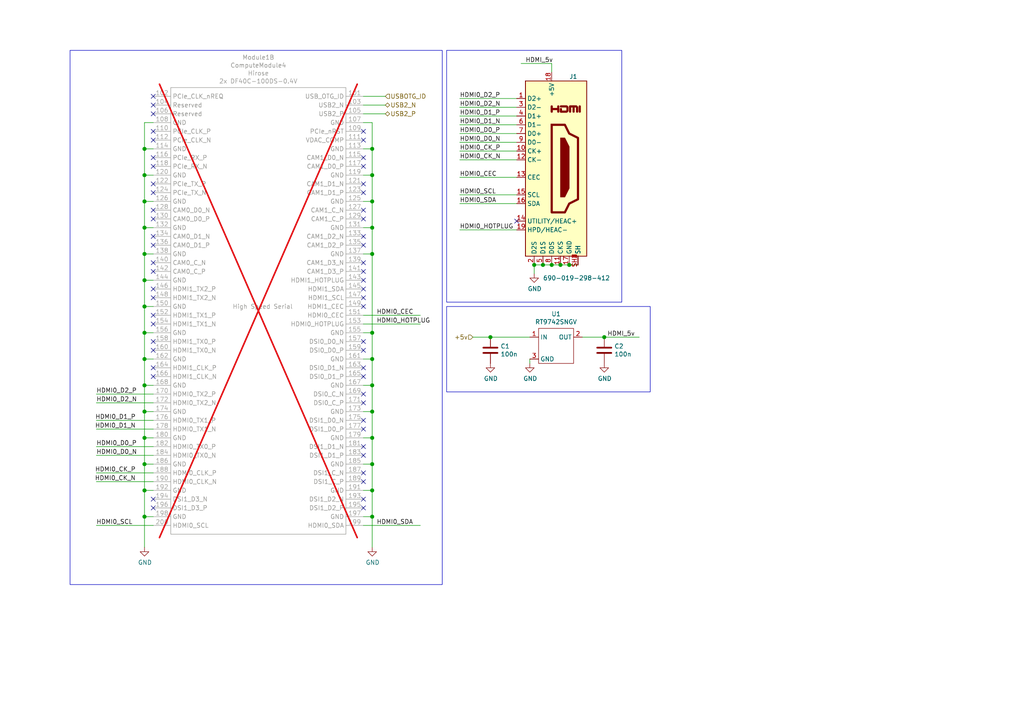
<source format=kicad_sch>
(kicad_sch (version 20230409) (generator eeschema)
  (paper "A4")
  (title_block (title "Carrier Board") (date "2023-07-28") (rev "V2") (company "MUREX Robotics [Byran Huang]") (comment 1 "//DO IT RIGHT,  DO IT MUREX") (comment 2 "// ATTEMPT THE IMPOSSIBLE") (comment 3 "CM4-based ROV (robotics) control board.") (comment 4 "The MUREX Carrier Board is the world's first open-source "))
  (lib_symbols
    (symbol "CM4IO:ComputeModule4-CM4"
      (property "Reference" "Module" (at 113.03 -68.58 0))
      (property "Value" "ComputeModule4-CM4" (at 140.97 2.54 0))
      (property "Field4" "Hirose" (at 0 0 0))
      (property "Field5" "2x DF40C-100DS-0.4V" (at 0 -2.54 0))
      (symbol "ComputeModule4-CM4_1_0"
        (text "GPIO" (at 0 6.35 0) (effects (font (size 1.27 1.27))))
      )
      (symbol "ComputeModule4-CM4_1_1"
        (rectangle (start -30.48 -71.12) (end 25.4 58.42))
        (text "600mA Max" (at -8.89 -53.34 0) (effects (font (size 1.27 1.27))))
        (text "600mA Max" (at -8.89 -48.26 0) (effects (font (size 1.27 1.27))))
        (text "NB SD signals are only available" (at -1.27 -27.94 0) (effects (font (size 1.27 1.27))))
        (text "on modules without eMMC" (at -1.27 -30.48 0) (effects (font (size 1.27 1.27))))
        (pin power_in line (at 27.94 55.88 180) (length 2.54) (name "GND") (number "1"))
        (pin passive line (at -33.02 45.72 0) (length 2.54) (name "Ethernet_Pair0_N") (number "10"))
        (pin output line (at -33.02 -68.58 0) (length 2.54) (name "nEXTRST") (number "100"))
        (pin passive line (at 27.94 43.18 180) (length 2.54) (name "Ethernet_Pair2_P") (number "11"))
        (pin passive line (at -33.02 43.18 0) (length 2.54) (name "Ethernet_Pair0_P") (number "12"))
        (pin power_in line (at 27.94 40.64 180) (length 2.54) (name "GND") (number "13"))
        (pin power_in line (at -33.02 40.64 0) (length 2.54) (name "GND") (number "14"))
        (pin output line (at 27.94 38.1 180) (length 2.54) (name "Ethernet_nLED3(3.3v)") (number "15"))
        (pin input line (at -33.02 38.1 0) (length 2.54) (name "Ethernet_SYNC_IN(1.8v)") (number "16"))
        (pin output line (at 27.94 35.56 180) (length 2.54) (name "Ethernet_nLED2(3.3v)") (number "17"))
        (pin input line (at -33.02 35.56 0) (length 2.54) (name "Ethernet_SYNC_OUT(1.8v)") (number "18"))
        (pin output line (at 27.94 33.02 180) (length 2.54) (name "Ethernet_nLED1(3.3v)") (number "19"))
        (pin power_in line (at -33.02 55.88 0) (length 2.54) (name "GND") (number "2"))
        (pin passive line (at -33.02 33.02 0) (length 2.54) (name "EEPROM_nWP") (number "20"))
        (pin open_collector line (at 27.94 30.48 180) (length 2.54) (name "PI_nLED_Activity") (number "21"))
        (pin power_in line (at -33.02 30.48 0) (length 2.54) (name "GND") (number "22"))
        (pin power_in line (at 27.94 27.94 180) (length 2.54) (name "GND") (number "23"))
        (pin passive line (at -33.02 27.94 0) (length 2.54) (name "GPIO26") (number "24"))
        (pin passive line (at 27.94 25.4 180) (length 2.54) (name "GPIO21") (number "25"))
        (pin passive line (at -33.02 25.4 0) (length 2.54) (name "GPIO19") (number "26"))
        (pin passive line (at 27.94 22.86 180) (length 2.54) (name "GPIO20") (number "27"))
        (pin passive line (at -33.02 22.86 0) (length 2.54) (name "GPIO13") (number "28"))
        (pin passive line (at 27.94 20.32 180) (length 2.54) (name "GPIO16") (number "29"))
        (pin passive line (at 27.94 53.34 180) (length 2.54) (name "Ethernet_Pair3_P") (number "3"))
        (pin passive line (at -33.02 20.32 0) (length 2.54) (name "GPIO6") (number "30"))
        (pin passive line (at 27.94 17.78 180) (length 2.54) (name "GPIO12") (number "31"))
        (pin power_in line (at -33.02 17.78 0) (length 2.54) (name "GND") (number "32"))
        (pin power_in line (at 27.94 15.24 180) (length 2.54) (name "GND") (number "33"))
        (pin passive line (at -33.02 15.24 0) (length 2.54) (name "GPIO5") (number "34"))
        (pin passive line (at 27.94 12.7 180) (length 2.54) (name "ID_SC") (number "35"))
        (pin passive line (at -33.02 12.7 0) (length 2.54) (name "ID_SD") (number "36"))
        (pin passive line (at 27.94 10.16 180) (length 2.54) (name "GPIO7") (number "37"))
        (pin passive line (at -33.02 10.16 0) (length 2.54) (name "GPIO11") (number "38"))
        (pin passive line (at 27.94 7.62 180) (length 2.54) (name "GPIO8") (number "39"))
        (pin passive line (at -33.02 53.34 0) (length 2.54) (name "Ethernet_Pair1_P") (number "4"))
        (pin passive line (at -33.02 7.62 0) (length 2.54) (name "GPIO9") (number "40"))
        (pin passive line (at 27.94 5.08 180) (length 2.54) (name "GPIO25") (number "41"))
        (pin power_in line (at -33.02 5.08 0) (length 2.54) (name "GND") (number "42"))
        (pin power_in line (at 27.94 2.54 180) (length 2.54) (name "GND") (number "43"))
        (pin passive line (at -33.02 2.54 0) (length 2.54) (name "GPIO10") (number "44"))
        (pin passive line (at 27.94 0 180) (length 2.54) (name "GPIO24") (number "45"))
        (pin passive line (at -33.02 0 0) (length 2.54) (name "GPIO22") (number "46"))
        (pin passive line (at 27.94 -2.54 180) (length 2.54) (name "GPIO23") (number "47"))
        (pin passive line (at -33.02 -2.54 0) (length 2.54) (name "GPIO27") (number "48"))
        (pin passive line (at 27.94 -5.08 180) (length 2.54) (name "GPIO18") (number "49"))
        (pin passive line (at 27.94 50.8 180) (length 2.54) (name "Ethernet_Pair3_N") (number "5"))
        (pin passive line (at -33.02 -5.08 0) (length 2.54) (name "GPIO17") (number "50"))
        (pin passive line (at 27.94 -7.62 180) (length 2.54) (name "GPIO15") (number "51"))
        (pin power_in line (at -33.02 -7.62 0) (length 2.54) (name "GND") (number "52"))
        (pin power_in line (at 27.94 -10.16 180) (length 2.54) (name "GND") (number "53"))
        (pin passive line (at -33.02 -10.16 0) (length 2.54) (name "GPIO4") (number "54"))
        (pin passive line (at 27.94 -12.7 180) (length 2.54) (name "GPIO14") (number "55"))
        (pin passive line (at -33.02 -12.7 0) (length 2.54) (name "GPIO3") (number "56"))
        (pin passive line (at 27.94 -15.24 180) (length 2.54) (name "SD_CLK") (number "57"))
        (pin passive line (at -33.02 -15.24 0) (length 2.54) (name "GPIO2") (number "58"))
        (pin power_in line (at 27.94 -17.78 180) (length 2.54) (name "GND") (number "59"))
        (pin passive line (at -33.02 50.8 0) (length 2.54) (name "Ethernet_Pair1_N") (number "6"))
        (pin power_in line (at -33.02 -17.78 0) (length 2.54) (name "GND") (number "60"))
        (pin passive line (at 27.94 -20.32 180) (length 2.54) (name "SD_DAT3") (number "61"))
        (pin passive line (at -33.02 -20.32 0) (length 2.54) (name "SD_CMD") (number "62"))
        (pin passive line (at 27.94 -22.86 180) (length 2.54) (name "SD_DAT0") (number "63"))
        (pin passive line (at -33.02 -22.86 0) (length 2.54) (name "SD_DAT5") (number "64"))
        (pin power_in line (at 27.94 -25.4 180) (length 2.54) (name "GND") (number "65"))
        (pin power_in line (at -33.02 -25.4 0) (length 2.54) (name "GND") (number "66"))
        (pin passive line (at 27.94 -27.94 180) (length 2.54) (name "SD_DAT1") (number "67"))
        (pin passive line (at -33.02 -27.94 0) (length 2.54) (name "SD_DAT4") (number "68"))
        (pin passive line (at 27.94 -30.48 180) (length 2.54) (name "SD_DAT2") (number "69"))
        (pin power_in line (at 27.94 48.26 180) (length 2.54) (name "GND") (number "7"))
        (pin passive line (at -33.02 -30.48 0) (length 2.54) (name "SD_DAT7") (number "70"))
        (pin power_in line (at 27.94 -33.02 180) (length 2.54) (name "GND") (number "71"))
        (pin passive line (at -33.02 -33.02 0) (length 2.54) (name "SD_DAT6") (number "72"))
        (pin input line (at 27.94 -35.56 180) (length 2.54) (name "SD_VDD_Override") (number "73"))
        (pin power_in line (at -33.02 -35.56 0) (length 2.54) (name "GND") (number "74"))
        (pin output line (at 27.94 -38.1 180) (length 2.54) (name "SD_PWR_ON") (number "75"))
        (pin passive line (at -33.02 -38.1 0) (length 2.54) (name "Reserved") (number "76"))
        (pin power_in line (at 27.94 -40.64 180) (length 2.54) (name "+5v_(Input)") (number "77"))
        (pin power_in line (at -33.02 -40.64 0) (length 2.54) (name "GPIO_VREF(1.8v/3.3v_Input)") (number "78"))
        (pin power_in line (at 27.94 -43.18 180) (length 2.54) (name "+5v_(Input)") (number "79"))
        (pin power_in line (at -33.02 48.26 0) (length 2.54) (name "GND") (number "8"))
        (pin passive line (at -33.02 -43.18 0) (length 2.54) (name "SCL0") (number "80"))
        (pin power_in line (at 27.94 -45.72 180) (length 2.54) (name "+5v_(Input)") (number "81"))
        (pin passive line (at -33.02 -45.72 0) (length 2.54) (name "SDA0") (number "82"))
        (pin power_in line (at 27.94 -48.26 180) (length 2.54) (name "+5v_(Input)") (number "83"))
        (pin power_out line (at -33.02 -48.26 0) (length 2.54) (name "+3.3v_(Output)") (number "84"))
        (pin power_in line (at 27.94 -50.8 180) (length 2.54) (name "+5v_(Input)") (number "85"))
        (pin power_out line (at -33.02 -50.8 0) (length 2.54) (name "+3.3v_(Output)") (number "86"))
        (pin power_in line (at 27.94 -53.34 180) (length 2.54) (name "+5v_(Input)") (number "87"))
        (pin power_out line (at -33.02 -53.34 0) (length 2.54) (name "+1.8v_(Output)") (number "88"))
        (pin power_in line (at 27.94 -55.88 180) (length 2.54) (name "WiFi_nDisable") (number "89"))
        (pin passive line (at 27.94 45.72 180) (length 2.54) (name "Ethernet_Pair2_N") (number "9"))
        (pin power_out line (at -33.02 -55.88 0) (length 2.54) (name "+1.8v_(Output)") (number "90"))
        (pin power_in line (at 27.94 -58.42 180) (length 2.54) (name "BT_nDisable") (number "91"))
        (pin passive line (at -33.02 -58.42 0) (length 2.54) (name "RUN_PG") (number "92"))
        (pin input line (at 27.94 -60.96 180) (length 2.54) (name "nRPIBOOT") (number "93"))
        (pin passive line (at -33.02 -60.96 0) (length 2.54) (name "AnalogIP1") (number "94"))
        (pin output line (at 27.94 -63.5 180) (length 2.54) (name "nPI_LED_PWR") (number "95"))
        (pin passive line (at -33.02 -63.5 0) (length 2.54) (name "AnalogIP0") (number "96"))
        (pin passive line (at 27.94 -66.04 180) (length 2.54) (name "Camera_GPIO") (number "97"))
        (pin power_in line (at -33.02 -66.04 0) (length 2.54) (name "GND") (number "98"))
        (pin input line (at 27.94 -68.58 180) (length 2.54) (name "Global_EN") (number "99"))
      )
      (symbol "ComputeModule4-CM4_2_1"
        (rectangle (start 114.3 -66.04) (end 165.1 63.5))
        (text "High Speed Serial" (at 140.97 0 0) (effects (font (size 1.27 1.27))))
        (pin input line (at 170.18 60.96 180) (length 5.08) (name "USB_OTG_ID") (number "101"))
        (pin input line (at 109.22 60.96 0) (length 5.08) (name "PCIe_CLK_nREQ") (number "102"))
        (pin passive line (at 170.18 58.42 180) (length 5.08) (name "USB2_N") (number "103"))
        (pin passive line (at 109.22 58.42 0) (length 5.08) (name "Reserved") (number "104"))
        (pin passive line (at 170.18 55.88 180) (length 5.08) (name "USB2_P") (number "105"))
        (pin passive line (at 109.22 55.88 0) (length 5.08) (name "Reserved") (number "106"))
        (pin power_in line (at 170.18 53.34 180) (length 5.08) (name "GND") (number "107"))
        (pin power_in line (at 109.22 53.34 0) (length 5.08) (name "GND") (number "108"))
        (pin bidirectional line (at 170.18 50.8 180) (length 5.08) (name "PCIe_nRST") (number "109"))
        (pin output line (at 109.22 50.8 0) (length 5.08) (name "PCIe_CLK_P") (number "110"))
        (pin passive line (at 170.18 48.26 180) (length 5.08) (name "VDAC_COMP") (number "111"))
        (pin output line (at 109.22 48.26 0) (length 5.08) (name "PCIe_CLK_N") (number "112"))
        (pin power_in line (at 170.18 45.72 180) (length 5.08) (name "GND") (number "113"))
        (pin power_in line (at 109.22 45.72 0) (length 5.08) (name "GND") (number "114"))
        (pin input line (at 170.18 43.18 180) (length 5.08) (name "CAM1_D0_N") (number "115"))
        (pin input line (at 109.22 43.18 0) (length 5.08) (name "PCIe_RX_P") (number "116"))
        (pin input line (at 170.18 40.64 180) (length 5.08) (name "CAM1_D0_P") (number "117"))
        (pin input line (at 109.22 40.64 0) (length 5.08) (name "PCIe_RX_N") (number "118"))
        (pin power_in line (at 170.18 38.1 180) (length 5.08) (name "GND") (number "119"))
        (pin power_in line (at 109.22 38.1 0) (length 5.08) (name "GND") (number "120"))
        (pin input line (at 170.18 35.56 180) (length 5.08) (name "CAM1_D1_N") (number "121"))
        (pin output line (at 109.22 35.56 0) (length 5.08) (name "PCIe_TX_P") (number "122"))
        (pin input line (at 170.18 33.02 180) (length 5.08) (name "CAM1_D1_P") (number "123"))
        (pin output line (at 109.22 33.02 0) (length 5.08) (name "PCIe_TX_N") (number "124"))
        (pin power_in line (at 170.18 30.48 180) (length 5.08) (name "GND") (number "125"))
        (pin power_in line (at 109.22 30.48 0) (length 5.08) (name "GND") (number "126"))
        (pin input line (at 170.18 27.94 180) (length 5.08) (name "CAM1_C_N") (number "127"))
        (pin input line (at 109.22 27.94 0) (length 5.08) (name "CAM0_D0_N") (number "128"))
        (pin input line (at 170.18 25.4 180) (length 5.08) (name "CAM1_C_P") (number "129"))
        (pin input line (at 109.22 25.4 0) (length 5.08) (name "CAM0_D0_P") (number "130"))
        (pin power_in line (at 170.18 22.86 180) (length 5.08) (name "GND") (number "131"))
        (pin power_in line (at 109.22 22.86 0) (length 5.08) (name "GND") (number "132"))
        (pin input line (at 170.18 20.32 180) (length 5.08) (name "CAM1_D2_N") (number "133"))
        (pin input line (at 109.22 20.32 0) (length 5.08) (name "CAM0_D1_N") (number "134"))
        (pin input line (at 170.18 17.78 180) (length 5.08) (name "CAM1_D2_P") (number "135"))
        (pin input line (at 109.22 17.78 0) (length 5.08) (name "CAM0_D1_P") (number "136"))
        (pin power_in line (at 170.18 15.24 180) (length 5.08) (name "GND") (number "137"))
        (pin power_in line (at 109.22 15.24 0) (length 5.08) (name "GND") (number "138"))
        (pin input line (at 170.18 12.7 180) (length 5.08) (name "CAM1_D3_N") (number "139"))
        (pin input line (at 109.22 12.7 0) (length 5.08) (name "CAM0_C_N") (number "140"))
        (pin input line (at 170.18 10.16 180) (length 5.08) (name "CAM1_D3_P") (number "141"))
        (pin input line (at 109.22 10.16 0) (length 5.08) (name "CAM0_C_P") (number "142"))
        (pin input line (at 170.18 7.62 180) (length 5.08) (name "HDMI1_HOTPLUG") (number "143"))
        (pin power_in line (at 109.22 7.62 0) (length 5.08) (name "GND") (number "144"))
        (pin bidirectional line (at 170.18 5.08 180) (length 5.08) (name "HDMI1_SDA") (number "145"))
        (pin output line (at 109.22 5.08 0) (length 5.08) (name "HDMI1_TX2_P") (number "146"))
        (pin open_collector line (at 170.18 2.54 180) (length 5.08) (name "HDMI1_SCL") (number "147"))
        (pin output line (at 109.22 2.54 0) (length 5.08) (name "HDMI1_TX2_N") (number "148"))
        (pin open_collector line (at 170.18 0 180) (length 5.08) (name "HDMI1_CEC") (number "149"))
        (pin power_in line (at 109.22 0 0) (length 5.08) (name "GND") (number "150"))
        (pin open_collector line (at 170.18 -2.54 180) (length 5.08) (name "HDMI0_CEC") (number "151"))
        (pin output line (at 109.22 -2.54 0) (length 5.08) (name "HDMI1_TX1_P") (number "152"))
        (pin input line (at 170.18 -5.08 180) (length 5.08) (name "HDMI0_HOTPLUG") (number "153"))
        (pin output line (at 109.22 -5.08 0) (length 5.08) (name "HDMI1_TX1_N") (number "154"))
        (pin power_in line (at 170.18 -7.62 180) (length 5.08) (name "GND") (number "155"))
        (pin power_in line (at 109.22 -7.62 0) (length 5.08) (name "GND") (number "156"))
        (pin output line (at 170.18 -10.16 180) (length 5.08) (name "DSI0_D0_N") (number "157"))
        (pin output line (at 109.22 -10.16 0) (length 5.08) (name "HDMI1_TX0_P") (number "158"))
        (pin output line (at 170.18 -12.7 180) (length 5.08) (name "DSI0_D0_P") (number "159"))
        (pin output line (at 109.22 -12.7 0) (length 5.08) (name "HDMI1_TX0_N") (number "160"))
        (pin power_in line (at 170.18 -15.24 180) (length 5.08) (name "GND") (number "161"))
        (pin power_in line (at 109.22 -15.24 0) (length 5.08) (name "GND") (number "162"))
        (pin output line (at 170.18 -17.78 180) (length 5.08) (name "DSI0_D1_N") (number "163"))
        (pin output line (at 109.22 -17.78 0) (length 5.08) (name "HDMI1_CLK_P") (number "164"))
        (pin output line (at 170.18 -20.32 180) (length 5.08) (name "DSI0_D1_P") (number "165"))
        (pin output line (at 109.22 -20.32 0) (length 5.08) (name "HDMI1_CLK_N") (number "166"))
        (pin power_in line (at 170.18 -22.86 180) (length 5.08) (name "GND") (number "167"))
        (pin power_in line (at 109.22 -22.86 0) (length 5.08) (name "GND") (number "168"))
        (pin output line (at 170.18 -25.4 180) (length 5.08) (name "DSI0_C_N") (number "169"))
        (pin output line (at 109.22 -25.4 0) (length 5.08) (name "HDMI0_TX2_P") (number "170"))
        (pin output line (at 170.18 -27.94 180) (length 5.08) (name "DSI0_C_P") (number "171"))
        (pin output line (at 109.22 -27.94 0) (length 5.08) (name "HDMI0_TX2_N") (number "172"))
        (pin power_in line (at 170.18 -30.48 180) (length 5.08) (name "GND") (number "173"))
        (pin power_in line (at 109.22 -30.48 0) (length 5.08) (name "GND") (number "174"))
        (pin output line (at 170.18 -33.02 180) (length 5.08) (name "DSI1_D0_N") (number "175"))
        (pin output line (at 109.22 -33.02 0) (length 5.08) (name "HDMI0_TX1_P") (number "176"))
        (pin output line (at 170.18 -35.56 180) (length 5.08) (name "DSI1_D0_P") (number "177"))
        (pin output line (at 109.22 -35.56 0) (length 5.08) (name "HDMI0_TX1_N") (number "178"))
        (pin power_in line (at 170.18 -38.1 180) (length 5.08) (name "GND") (number "179"))
        (pin power_in line (at 109.22 -38.1 0) (length 5.08) (name "GND") (number "180"))
        (pin output line (at 170.18 -40.64 180) (length 5.08) (name "DSI1_D1_N") (number "181"))
        (pin output line (at 109.22 -40.64 0) (length 5.08) (name "HDMI0_TX0_P") (number "182"))
        (pin output line (at 170.18 -43.18 180) (length 5.08) (name "DSI1_D1_P") (number "183"))
        (pin output line (at 109.22 -43.18 0) (length 5.08) (name "HDMI0_TX0_N") (number "184"))
        (pin power_in line (at 170.18 -45.72 180) (length 5.08) (name "GND") (number "185"))
        (pin power_in line (at 109.22 -45.72 0) (length 5.08) (name "GND") (number "186"))
        (pin output line (at 170.18 -48.26 180) (length 5.08) (name "DSI1_C_N") (number "187"))
        (pin output line (at 109.22 -48.26 0) (length 5.08) (name "HDMI0_CLK_P") (number "188"))
        (pin output line (at 170.18 -50.8 180) (length 5.08) (name "DSI1_C_P") (number "189"))
        (pin output line (at 109.22 -50.8 0) (length 5.08) (name "HDMI0_CLK_N") (number "190"))
        (pin power_in line (at 170.18 -53.34 180) (length 5.08) (name "GND") (number "191"))
        (pin power_in line (at 109.22 -53.34 0) (length 5.08) (name "GND") (number "192"))
        (pin output line (at 170.18 -55.88 180) (length 5.08) (name "DSI1_D2_N") (number "193"))
        (pin output line (at 109.22 -55.88 0) (length 5.08) (name "DSI1_D3_N") (number "194"))
        (pin output line (at 170.18 -58.42 180) (length 5.08) (name "DSI1_D2_P") (number "195"))
        (pin output line (at 109.22 -58.42 0) (length 5.08) (name "DSI1_D3_P") (number "196"))
        (pin power_in line (at 170.18 -60.96 180) (length 5.08) (name "GND") (number "197"))
        (pin power_in line (at 109.22 -60.96 0) (length 5.08) (name "GND") (number "198"))
        (pin bidirectional line (at 170.18 -63.5 180) (length 5.08) (name "HDMI0_SDA") (number "199"))
        (pin open_collector line (at 109.22 -63.5 0) (length 5.08) (name "HDMI0_SCL") (number "200"))
      )
    )
    (symbol "CM4IO:HDMI_A_1.4"
      (property "Reference" "J" (at -6.35 26.67 0))
      (property "Value" "HDMI_A_1.4" (at 10.16 26.67 0))
      (symbol "HDMI_A_1.4_0_0"
        (polyline (pts (xy 8.128 16.51) (xy 8.128 18.034)) (stroke (width 0.635)))
        (polyline (pts (xy 0 16.51) (xy 0 18.034) (xy 0 17.272) (xy 1.905 17.272) (xy 1.905 18.034) (xy 1.905 16.51)) (stroke (width 0.635)))
        (polyline (pts (xy 2.667 18.034) (xy 4.318 18.034) (xy 4.572 17.78) (xy 4.572 16.764) (xy 4.318 16.51) (xy 2.667 16.51) (xy 2.667 17.272)) (stroke (width 0.635)))
        (pin passive line (at 7.62 -27.94 90) (length 2.54) (name "SH") (number "SH2"))
        (pin passive line (at 7.62 -27.94 90) (length 2.54) (name "SH") (number "SH3"))
        (pin passive line (at 7.62 -27.94 90) (length 2.54) (name "SH") (number "SH4"))
      )
      (symbol "HDMI_A_1.4_0_1"
        (rectangle (start -7.62 25.4) (end 10.16 -25.4) (stroke (width 0.254)) (fill (type background)))
        (polyline (pts (xy 2.54 8.89) (xy 3.81 8.89) (xy 5.08 6.35) (xy 5.08 -5.715) (xy 3.81 -8.255) (xy 2.54 -8.255) (xy 2.54 8.89)) (fill (type outline)))
        (polyline (pts (xy 5.334 16.51) (xy 5.334 18.034) (xy 6.35 18.034) (xy 6.35 16.51) (xy 6.35 18.034) (xy 7.112 18.034) (xy 7.366 17.78) (xy 7.366 16.51)) (stroke (width 0.635)))
        (polyline (pts (xy 0 12.7) (xy 0 -12.7) (xy 3.81 -12.7) (xy 5.08 -10.16) (xy 7.62 -8.89) (xy 7.62 8.89) (xy 5.08 10.16) (xy 3.81 12.7) (xy 0 12.7)) (stroke (width 0.635)))
      )
      (symbol "HDMI_A_1.4_1_1"
        (pin passive line (at -10.16 20.32 0) (length 2.54) (name "D2+") (number "1"))
        (pin passive line (at -10.16 5.08 0) (length 2.54) (name "CK+") (number "10"))
        (pin power_in line (at 2.54 -27.94 90) (length 2.54) (name "CKS") (number "11"))
        (pin passive line (at -10.16 2.54 0) (length 2.54) (name "CK-") (number "12"))
        (pin bidirectional line (at -10.16 -2.54 0) (length 2.54) (name "CEC") (number "13"))
        (pin passive line (at -10.16 -15.24 0) (length 2.54) (name "UTILITY/HEAC+") (number "14"))
        (pin passive line (at -10.16 -7.62 0) (length 2.54) (name "SCL") (number "15"))
        (pin bidirectional line (at -10.16 -10.16 0) (length 2.54) (name "SDA") (number "16"))
        (pin power_in line (at 5.08 -27.94 90) (length 2.54) (name "GND") (number "17"))
        (pin power_in line (at 0 27.94 270) (length 2.54) (name "+5V") (number "18"))
        (pin passive line (at -10.16 -17.78 0) (length 2.54) (name "HPD/HEAC-") (number "19"))
        (pin power_in line (at -5.08 -27.94 90) (length 2.54) (name "D2S") (number "2"))
        (pin passive line (at -10.16 17.78 0) (length 2.54) (name "D2-") (number "3"))
        (pin passive line (at -10.16 15.24 0) (length 2.54) (name "D1+") (number "4"))
        (pin power_in line (at -2.54 -27.94 90) (length 2.54) (name "D1S") (number "5"))
        (pin passive line (at -10.16 12.7 0) (length 2.54) (name "D1-") (number "6"))
        (pin passive line (at -10.16 10.16 0) (length 2.54) (name "D0+") (number "7"))
        (pin power_in line (at 0 -27.94 90) (length 2.54) (name "D0S") (number "8"))
        (pin passive line (at -10.16 7.62 0) (length 2.54) (name "D0-") (number "9"))
        (pin passive line (at 7.62 -27.94 90) (length 2.54) (name "SH") (number "SH1"))
      )
    )
    (symbol "CM4IO:RT9742SNGV"
      (property "Reference" "U" (at -2.54 7.62 0))
      (property "Value" "RT9742SNGV" (at 3.81 -5.08 0))
      (symbol "RT9742SNGV_0_1"
        (rectangle (start -2.54 6.35) (end 7.62 -3.81))
      )
      (symbol "RT9742SNGV_1_1"
        (pin power_in line (at -5.08 3.81 0) (length 2.54) (name "IN") (number "1"))
        (pin power_in line (at 10.16 3.81 180) (length 2.54) (name "OUT") (number "2"))
        (pin power_in line (at -5.08 -2.54 0) (length 2.54) (name "GND") (number "3"))
      )
    )
    (symbol "Device:C" (pin_numbers hide) (pin_names (offset 0.254))
      (property "Reference" "C" (at 0.635 2.54 0))
      (property "Value" "C" (at 0.635 -2.54 0))
      (symbol "C_0_1"
        (polyline (pts (xy -2.032 -0.762) (xy 2.032 -0.762)) (stroke (width 0.508)))
        (polyline (pts (xy -2.032 0.762) (xy 2.032 0.762)) (stroke (width 0.508)))
      )
      (symbol "C_1_1"
        (pin passive line (at 0 3.81 270) (length 2.794) (name "~") (number "1"))
        (pin passive line (at 0 -3.81 90) (length 2.794) (name "~") (number "2"))
      )
    )
    (symbol "power:GND" (power) (pin_names (offset 0))
      (property "Value" "GND" (at 0 -3.81 0))
      (symbol "GND_0_1"
        (polyline (pts (xy 0 0) (xy 0 -1.27) (xy 1.27 -1.27) (xy 0 -2.54) (xy -1.27 -1.27) (xy 0 -1.27)))
      )
      (symbol "GND_1_1"
        (pin power_in line (at 0 0 270) (length 0) hide (name "GND") (number "1"))
      )
    )
  )
  (junction (at 41.91 50.8) (diameter 1.016))
  (junction (at 41.91 149.86) (diameter 1.016))
  (junction (at 41.91 88.9) (diameter 1.016))
  (junction (at 107.95 149.86) (diameter 1.016))
  (junction (at 142.24 97.79) (diameter 1.016))
  (junction (at 107.95 58.42) (diameter 1.016))
  (junction (at 41.91 73.66) (diameter 1.016))
  (junction (at 107.95 104.14) (diameter 1.016))
  (junction (at 41.91 96.52) (diameter 1.016))
  (junction (at 107.95 96.52) (diameter 1.016))
  (junction (at 41.91 119.38) (diameter 1.016))
  (junction (at 41.91 43.18) (diameter 1.016))
  (junction (at 165.1 76.835) (diameter 1.016))
  (junction (at 107.95 50.8) (diameter 1.016))
  (junction (at 41.91 127) (diameter 1.016))
  (junction (at 175.26 97.79) (diameter 1.016))
  (junction (at 41.91 58.42) (diameter 1.016))
  (junction (at 154.94 76.835) (diameter 1.016))
  (junction (at 107.95 127) (diameter 1.016))
  (junction (at 41.91 142.24) (diameter 1.016))
  (junction (at 107.95 142.24) (diameter 1.016))
  (junction (at 41.91 66.04) (diameter 1.016))
  (junction (at 41.91 134.62) (diameter 1.016))
  (junction (at 107.95 134.62) (diameter 1.016))
  (junction (at 41.91 104.14) (diameter 1.016))
  (junction (at 107.95 73.66) (diameter 1.016))
  (junction (at 107.95 119.38) (diameter 1.016))
  (junction (at 107.95 43.18) (diameter 1.016))
  (junction (at 162.56 76.835) (diameter 1.016))
  (junction (at 107.95 66.04) (diameter 1.016))
  (junction (at 107.95 111.76) (diameter 1.016))
  (junction (at 41.91 81.28) (diameter 1.016))
  (junction (at 160.02 76.835) (diameter 1.016))
  (junction (at 157.48 76.835) (diameter 1.016))
  (junction (at 41.91 111.76) (diameter 1.016))
  (no_connect (at 105.41 48.26))
  (no_connect (at 105.41 83.82))
  (no_connect (at 105.41 101.6))
  (no_connect (at 44.45 109.22))
  (no_connect (at 44.45 91.44))
  (no_connect (at 105.41 132.08))
  (no_connect (at 44.45 76.2))
  (no_connect (at 105.41 109.22))
  (no_connect (at 105.41 55.88))
  (no_connect (at 105.41 114.3))
  (no_connect (at 105.41 86.36))
  (no_connect (at 44.45 38.1))
  (no_connect (at 105.41 38.1))
  (no_connect (at 44.45 78.74))
  (no_connect (at 105.41 68.58))
  (no_connect (at 44.45 55.88))
  (no_connect (at 44.45 33.02))
  (no_connect (at 149.86 64.135))
  (no_connect (at 105.41 60.96))
  (no_connect (at 105.41 124.46))
  (no_connect (at 44.45 45.72))
  (no_connect (at 44.45 83.82))
  (no_connect (at 44.45 86.36))
  (no_connect (at 105.41 106.68))
  (no_connect (at 105.41 99.06))
  (no_connect (at 44.45 101.6))
  (no_connect (at 105.41 129.54))
  (no_connect (at 44.45 71.12))
  (no_connect (at 44.45 68.58))
  (no_connect (at 105.41 139.7))
  (no_connect (at 44.45 99.06))
  (no_connect (at 105.41 137.16))
  (no_connect (at 105.41 81.28))
  (no_connect (at 44.45 30.48))
  (no_connect (at 105.41 40.64))
  (no_connect (at 105.41 71.12))
  (no_connect (at 44.45 147.32))
  (no_connect (at 44.45 93.98))
  (no_connect (at 44.45 48.26))
  (no_connect (at 44.45 53.34))
  (no_connect (at 105.41 78.74))
  (no_connect (at 105.41 147.32))
  (no_connect (at 105.41 116.84))
  (no_connect (at 44.45 144.78))
  (no_connect (at 105.41 45.72))
  (no_connect (at 105.41 76.2))
  (no_connect (at 44.45 60.96))
  (no_connect (at 105.41 144.78))
  (no_connect (at 44.45 40.64))
  (no_connect (at 44.45 63.5))
  (no_connect (at 105.41 53.34))
  (no_connect (at 44.45 106.68))
  (no_connect (at 105.41 88.9))
  (no_connect (at 105.41 63.5))
  (no_connect (at 44.45 27.94))
  (no_connect (at 105.41 121.92))
  (wire (pts (xy 41.91 73.66) (xy 41.91 81.28)))
  (wire (pts (xy 105.41 96.52) (xy 107.95 96.52)))
  (wire (pts (xy 133.35 41.275) (xy 149.86 41.275)))
  (wire (pts (xy 154.94 76.835) (xy 157.48 76.835)))
  (wire (pts (xy 44.45 121.92) (xy 27.94 121.92)))
  (wire (pts (xy 41.91 88.9) (xy 41.91 96.52)))
  (wire (pts (xy 105.41 93.98) (xy 121.92 93.98)))
  (wire (pts (xy 133.35 36.195) (xy 149.86 36.195)))
  (wire (pts (xy 107.95 50.8) (xy 107.95 43.18)))
  (wire (pts (xy 41.91 43.18) (xy 44.45 43.18)))
  (wire (pts (xy 41.91 50.8) (xy 41.91 58.42)))
  (wire (pts (xy 41.91 111.76) (xy 41.91 119.38)))
  (wire (pts (xy 107.95 43.18) (xy 107.95 35.56)))
  (wire (pts (xy 107.95 66.04) (xy 107.95 58.42)))
  (wire (pts (xy 41.91 58.42) (xy 41.91 66.04)))
  (wire (pts (xy 107.95 119.38) (xy 107.95 127)))
  (wire (pts (xy 105.41 73.66) (xy 107.95 73.66)))
  (wire (pts (xy 41.91 88.9) (xy 44.45 88.9)))
  (wire (pts (xy 27.94 152.4) (xy 44.45 152.4)))
  (wire (pts (xy 133.35 66.675) (xy 149.86 66.675)))
  (wire (pts (xy 105.41 50.8) (xy 107.95 50.8)))
  (wire (pts (xy 105.41 104.14) (xy 107.95 104.14)))
  (wire (pts (xy 153.67 104.14) (xy 153.67 105.41)))
  (wire (pts (xy 165.1 76.835) (xy 167.64 76.835)))
  (wire (pts (xy 175.26 97.79) (xy 185.42 97.79)))
  (wire (pts (xy 133.35 28.575) (xy 149.86 28.575)))
  (wire (pts (xy 133.35 43.815) (xy 149.86 43.815)))
  (wire (pts (xy 160.02 18.415) (xy 160.02 20.955)))
  (wire (pts (xy 41.91 134.62) (xy 44.45 134.62)))
  (wire (pts (xy 105.41 91.44) (xy 121.92 91.44)))
  (wire (pts (xy 41.91 134.62) (xy 41.91 142.24)))
  (wire (pts (xy 107.95 73.66) (xy 107.95 96.52)))
  (wire (pts (xy 162.56 76.835) (xy 165.1 76.835)))
  (wire (pts (xy 105.41 149.86) (xy 107.95 149.86)))
  (wire (pts (xy 107.95 96.52) (xy 107.95 104.14)))
  (wire (pts (xy 105.41 58.42) (xy 107.95 58.42)))
  (wire (pts (xy 41.91 73.66) (xy 44.45 73.66)))
  (wire (pts (xy 107.95 35.56) (xy 105.41 35.56)))
  (wire (pts (xy 41.91 127) (xy 44.45 127)))
  (wire (pts (xy 105.41 142.24) (xy 107.95 142.24)))
  (wire (pts (xy 41.91 119.38) (xy 44.45 119.38)))
  (wire (pts (xy 27.94 129.54) (xy 44.45 129.54)))
  (wire (pts (xy 41.91 142.24) (xy 41.91 149.86)))
  (wire (pts (xy 41.91 81.28) (xy 41.91 88.9)))
  (wire (pts (xy 107.95 127) (xy 107.95 134.62)))
  (wire (pts (xy 41.91 66.04) (xy 41.91 73.66)))
  (wire (pts (xy 157.48 76.835) (xy 160.02 76.835)))
  (wire (pts (xy 107.95 142.24) (xy 107.95 149.86)))
  (wire (pts (xy 133.35 31.115) (xy 149.86 31.115)))
  (wire (pts (xy 133.35 33.655) (xy 149.86 33.655)))
  (wire (pts (xy 27.94 116.84) (xy 44.45 116.84)))
  (wire (pts (xy 41.91 104.14) (xy 41.91 111.76)))
  (wire (pts (xy 133.35 46.355) (xy 149.86 46.355)))
  (wire (pts (xy 41.91 119.38) (xy 41.91 127)))
  (wire (pts (xy 105.41 119.38) (xy 107.95 119.38)))
  (wire (pts (xy 133.35 56.515) (xy 149.86 56.515)))
  (wire (pts (xy 133.35 59.055) (xy 149.86 59.055)))
  (wire (pts (xy 105.41 30.48) (xy 111.76 30.48)))
  (wire (pts (xy 107.95 73.66) (xy 107.95 66.04)))
  (wire (pts (xy 107.95 134.62) (xy 107.95 142.24)))
  (wire (pts (xy 105.41 127) (xy 107.95 127)))
  (wire (pts (xy 44.45 137.16) (xy 27.94 137.16)))
  (wire (pts (xy 154.94 76.835) (xy 154.94 79.375)))
  (wire (pts (xy 41.91 127) (xy 41.91 134.62)))
  (wire (pts (xy 44.45 139.7) (xy 27.94 139.7)))
  (wire (pts (xy 27.94 132.08) (xy 44.45 132.08)))
  (wire (pts (xy 107.95 104.14) (xy 107.95 111.76)))
  (wire (pts (xy 41.91 66.04) (xy 44.45 66.04)))
  (wire (pts (xy 105.41 33.02) (xy 111.76 33.02)))
  (wire (pts (xy 160.02 76.835) (xy 162.56 76.835)))
  (wire (pts (xy 27.94 114.3) (xy 44.45 114.3)))
  (wire (pts (xy 41.91 111.76) (xy 44.45 111.76)))
  (wire (pts (xy 44.45 142.24) (xy 41.91 142.24)))
  (wire (pts (xy 41.91 81.28) (xy 44.45 81.28)))
  (wire (pts (xy 133.35 51.435) (xy 149.86 51.435)))
  (wire (pts (xy 41.91 104.14) (xy 44.45 104.14)))
  (wire (pts (xy 133.35 38.735) (xy 149.86 38.735)))
  (wire (pts (xy 41.91 96.52) (xy 44.45 96.52)))
  (wire (pts (xy 105.41 43.18) (xy 107.95 43.18)))
  (wire (pts (xy 44.45 35.56) (xy 41.91 35.56)))
  (wire (pts (xy 137.16 97.79) (xy 142.24 97.79)))
  (wire (pts (xy 44.45 149.86) (xy 41.91 149.86)))
  (wire (pts (xy 105.41 152.4) (xy 121.92 152.4)))
  (wire (pts (xy 41.91 96.52) (xy 41.91 104.14)))
  (wire (pts (xy 41.91 149.86) (xy 41.91 158.75)))
  (wire (pts (xy 105.41 66.04) (xy 107.95 66.04)))
  (wire (pts (xy 111.76 27.94) (xy 105.41 27.94)))
  (wire (pts (xy 151.13 18.415) (xy 160.02 18.415)))
  (wire (pts (xy 168.91 97.79) (xy 175.26 97.79)))
  (wire (pts (xy 107.95 149.86) (xy 107.95 158.75)))
  (wire (pts (xy 107.95 111.76) (xy 107.95 119.38)))
  (wire (pts (xy 44.45 124.46) (xy 27.94 124.46)))
  (wire (pts (xy 41.91 58.42) (xy 44.45 58.42)))
  (wire (pts (xy 41.91 43.18) (xy 41.91 50.8)))
  (wire (pts (xy 41.91 50.8) (xy 44.45 50.8)))
  (wire (pts (xy 142.24 97.79) (xy 153.67 97.79)))
  (wire (pts (xy 41.91 35.56) (xy 41.91 43.18)))
  (wire (pts (xy 107.95 58.42) (xy 107.95 50.8)))
  (wire (pts (xy 105.41 111.76) (xy 107.95 111.76)))
  (wire (pts (xy 105.41 134.62) (xy 107.95 134.62)))
  (rectangle (start 20.32 14.605) (end 128.27 169.545))
  (rectangle (start 129.54 14.605) (end 180.34 87.63))
  (rectangle (start 129.54 88.9) (end 188.595 113.665))
  (label "HDMI0_SCL" (at 27.94 152.4 0))
  (label "HDMI0_SDA" (at 109.22 152.4 0))
  (label "HDMI0_D2_P" (at 27.94 114.3 0))
  (label "HDMI0_D1_N" (at 39.37 124.46 180))
  (label "HDMI0_HOTPLUG" (at 109.22 93.98 0))
  (label "HDMI0_D0_P" (at 133.35 38.735 0))
  (label "HDMI0_D2_N" (at 27.94 116.84 0))
  (label "HDMI0_CK_N" (at 39.37 139.7 180))
  (label "HDMI_5v" (at 184.15 97.79 180))
  (label "HDMI0_CK_P" (at 133.35 43.815 0))
  (label "HDMI0_D1_P" (at 39.37 121.92 180))
  (label "HDMI0_D1_P" (at 133.35 33.655 0))
  (label "HDMI0_SDA" (at 133.35 59.055 0))
  (label "HDMI0_D0_N" (at 27.94 132.08 0))
  (label "HDMI_5v" (at 152.4 18.415 0))
  (label "HDMI0_HOTPLUG" (at 133.35 66.675 0))
  (label "HDMI0_CEC" (at 133.35 51.435 0))
  (label "HDMI0_CK_P" (at 39.37 137.16 180))
  (label "HDMI0_D1_N" (at 133.35 36.195 0))
  (label "HDMI0_D2_N" (at 133.35 31.115 0))
  (label "HDMI0_D0_P" (at 27.94 129.54 0))
  (label "HDMI0_CK_N" (at 133.35 46.355 0))
  (label "HDMI0_SCL" (at 133.35 56.515 0))
  (label "HDMI0_D2_P" (at 133.35 28.575 0))
  (label "HDMI0_D0_N" (at 133.35 41.275 0))
  (label "HDMI0_CEC" (at 109.22 91.44 0))
  (hierarchical_label "+5v" (shape input) (at 137.16 97.79 180))
  (hierarchical_label "USB2_N" (shape bidirectional) (at 111.76 30.48 0))
  (hierarchical_label "USBOTG_ID" (shape input) (at 111.76 27.94 0))
  (hierarchical_label "USB2_P" (shape bidirectional) (at 111.76 33.02 0))
  (symbol (lib_id "power:GND") (at 107.95 158.75 0) (unit 1)
    (property "Reference" "#PWR02" (effects hide))
    (property "Value" "GND" (at 108.077 163.1442 0))
    (instances (project "carrier" (path "" (reference "#PWR02") (unit 1))) (project "CM4IOv5" (path "" (reference "#PWR0130") (unit 1))))
  )
  (symbol (lib_id "power:GND") (at 41.91 158.75 0) (unit 1)
    (property "Reference" "#PWR01" (effects hide))
    (property "Value" "GND" (at 42.037 163.1442 0))
    (instances (project "carrier" (path "" (reference "#PWR01") (unit 1))) (project "CM4IOv5" (path "" (reference "#PWR0131") (unit 1))))
  )
  (symbol (lib_id "power:GND") (at 142.24 105.41 0) (unit 1)
    (property "Reference" "#PWR03" (effects hide))
    (property "Value" "GND" (at 142.367 109.8042 0))
    (instances (project "carrier" (path "" (reference "#PWR03") (unit 1))) (project "CM4IOv5" (path "" (reference "#PWR0137") (unit 1))))
  )
  (symbol (lib_id "Device:C") (at 142.24 101.6 0) (unit 1)
    (property "Reference" "C1" (at 145.161 100.4316 0) (effects (justify left)))
    (property "Value" "100n" (at 145.161 102.743 0) (effects (justify left)))
    (property "Footprint" "Capacitor_SMD:C_0402_1005Metric" (effects hide))
    (property "Field4" "Farnell" (effects hide))
    (property "Field5" "2611911" (effects hide))
    (property "Field6" "RM EMK105 B7104KV-F" (effects hide))
    (property "Field7" "TAIYO YUDEN EUROPE GMBH" (effects hide))
    (property "Part Description" "	0.1uF 10% 16V Ceramic Capacitor X7R 0402 (1005 Metric)" (effects hide))
    (property "Field8" "110091611" (effects hide))
    (instances (project "carrier" (path "" (reference "C1") (unit 1))) (project "CM4IOv5" (path "" (reference "C12") (unit 1))))
  )
  (symbol (lib_id "CM4IO:HDMI_A_1.4") (at 160.02 48.895 0) (unit 1)
    (property "Reference" "J1" (at 165.1 22.225 0) (effects (justify left)))
    (property "Value" "690-019-298-412" (at 157.48 80.645 0) (effects (justify left)))
    (property "Footprint" "CM4IO:EDAC 690-019-298-412" (effects hide))
    (property "Datasheet" "https://en.wikipedia.org/wiki/HDMI" (effects hide))
    (property "Field4" "Farnell" (effects hide))
    (property "Field5" "2614936" (effects hide))
    (property "Field6" "690-019-298-412" (effects hide))
    (property "Field7" "EDAC" (effects hide))
    (property "Part Description" "HDMI Connector, Right Angle, 19 Contacts, Receptacle, Surface Mount, Surface Mount Right Angle" (effects hide))
    (property "Field8" "UCON00802" (effects hide))
    (instances (project "carrier" (path "" (reference "J1") (unit 1))) (project "CM4IOv5" (path "" (reference "J22") (unit 1))))
  )
  (symbol (lib_id "power:GND") (at 154.94 79.375 0) (unit 1)
    (property "Reference" "#PWR05" (effects hide))
    (property "Value" "GND" (at 155.067 83.7692 0))
    (instances (project "carrier" (path "" (reference "#PWR05") (unit 1))) (project "CM4IOv5" (path "" (reference "#PWR0128") (unit 1))))
  )
  (symbol (lib_id "CM4IO:RT9742SNGV") (at 158.75 101.6 0) (unit 1)
    (property "Reference" "U1" (at 161.29 91.059 0))
    (property "Value" "RT9742SNGV" (at 161.29 93.3704 0))
    (property "Footprint" "Package_TO_SOT_SMD:SOT-23" (effects hide))
    (property "Datasheet" "https://www.richtek.com/assets/product_file/RT9742/DS9742-09.pdf" (effects hide))
    (property "Field4" "Farnell" (effects hide))
    (property "Field5" "2575555" (effects hide))
    (property "Field6" "RT9742SNGV" (effects hide))
    (property "Field7" "RichTek" (effects hide))
    (property "Part Description" "Power Switch/Driver 1:1 N-Channel 500mA SOT-23-3" (effects hide))
    (property "Field8" "USWI00155" (effects hide))
    (instances (project "carrier" (path "" (reference "U1") (unit 1))) (project "CM4IOv5" (path "" (reference "U12") (unit 1))))
  )
  (symbol (lib_id "power:GND") (at 153.67 105.41 0) (unit 1)
    (property "Reference" "#PWR04" (effects hide))
    (property "Value" "GND" (at 153.797 109.8042 0))
    (instances (project "carrier" (path "" (reference "#PWR04") (unit 1))) (project "CM4IOv5" (path "" (reference "#PWR0138") (unit 1))))
  )
  (symbol (lib_id "Device:C") (at 175.26 101.6 0) (unit 1)
    (property "Reference" "C2" (at 178.181 100.4316 0) (effects (justify left)))
    (property "Value" "100n" (at 178.181 102.743 0) (effects (justify left)))
    (property "Footprint" "Capacitor_SMD:C_0402_1005Metric" (effects hide))
    (property "Field4" "Farnell" (effects hide))
    (property "Field5" "2611911" (effects hide))
    (property "Field6" "RM EMK105 B7104KV-F" (effects hide))
    (property "Field7" "TAIYO YUDEN EUROPE GMBH" (effects hide))
    (property "Part Description" "	0.1uF 10% 16V Ceramic Capacitor X7R 0402 (1005 Metric)" (effects hide))
    (property "Field8" "110091611" (effects hide))
    (instances (project "carrier" (path "" (reference "C2") (unit 1))) (project "CM4IOv5" (path "" (reference "C13") (unit 1))))
  )
  (symbol (lib_id "power:GND") (at 175.26 105.41 0) (unit 1)
    (property "Reference" "#PWR06" (effects hide))
    (property "Value" "GND" (at 175.387 109.8042 0))
    (instances (project "carrier" (path "" (reference "#PWR06") (unit 1))) (project "CM4IOv5" (path "" (reference "#PWR0136") (unit 1))))
  )
  (symbol (lib_id "CM4IO:ComputeModule4-CM4") (at -64.77 88.9 0) (unit 2) (dnp yes)
    (property "Reference" "Module1" (at 74.93 16.637 0))
    (property "Value" "ComputeModule4" (at 74.93 18.9484 0))
    (property "Footprint" "CM4IO:Raspberry-Pi-4-Compute-Module" (effects hide))
    (property "Field4" "Hirose" (at 74.93 21.2344 0))
    (property "Field5" "2x DF40C-100DS-0.4V" (at 74.93 23.5458 0))
    (property "Field6" "2off DF40C-100DS-0.4V" (effects hide))
    (property "Field7" "Hirose" (effects hide))
    (property "Part Description" "	100 Position Connector Receptacle, Center Strip Contacts Surface Mount Gold" (effects hide))
  )
)
</source>
